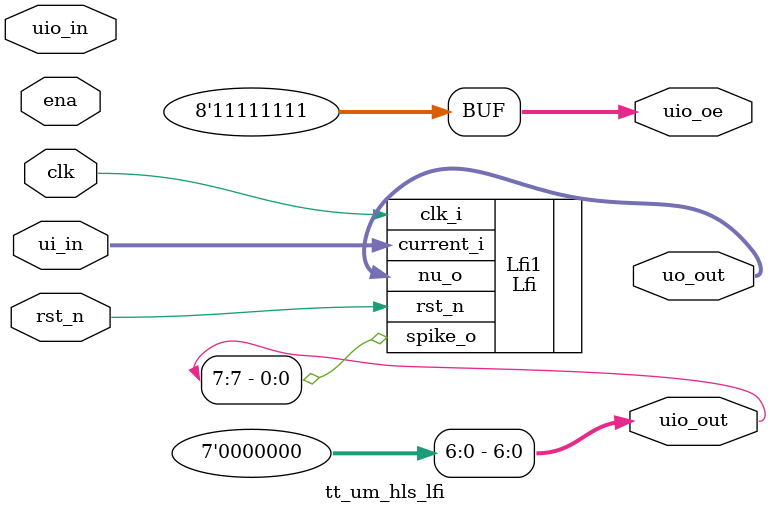
<source format=v>
`default_nettype none

module tt_um_hls_lfi #( parameter MAX_COUNT = 24'd10_000_000 ) (
    input  wire [7:0] ui_in,    // Dedicated inputs - connected to the input switches
    output wire [7:0] uo_out,   // Dedicated outputs - connected to the 7 segment display
    input  wire [7:0] uio_in,   // IOs: Bidirectional Input path
    output wire [7:0] uio_out,  // IOs: Bidirectional Output path
    output wire [7:0] uio_oe,   // IOs: Bidirectional Enable path (active high: 0=input, 1=output)
    input  wire       ena,      // will go high when the design is enabled
    input  wire       clk,      // clock
    input  wire       rst_n     // reset_n - low to reset
);
    /*
    wire reset = ! rst_n;
    wire [6:0] led_out;
    assign uo_out[6:0] = led_out;
    assign uo_out[7] = 1'b0;
    */
    // 
    // use bidirectionals as outputs
    assign uio_oe = 8'b11111111;
    assign uio_out[6:0] = 6'd0;
    
    /*
	input  logic [0:0] clk_i ,
	input  logic [7:0] current_i ,
	output logic [7:0] nu_o ,
	//input  logic [0:0] reset ,
	input  logic [0:0] rst_n ,
	output logic [0:0] spike_o 
	*/
	
	Lfi 
	#()
	Lfi1 (
	.clk_i(clk),
	.current_i(ui_in)
	,.nu_o(uo_out)
	,.rst_n(rst_n)
	,.spike_o(uio_out[7])
	); 
  
  
  
    
    /*
    // put bottom 8 bits of second counter out on the bidirectional gpio
    assign uio_out = second_counter[7:0];
    
    // external clock is 10MHz, so need 24 bit counter
    reg [23:0] second_counter;
    reg [3:0] digit;

    // if external inputs are set then use that as compare count
    // otherwise use the hard coded MAX_COUNT
    wire [23:0] compare = ui_in == 0 ? MAX_COUNT: {6'b0, ui_in[7:0], 10'b0};

    always @(posedge clk) begin
        // if reset, set counter to 0
        if (reset) begin
            second_counter <= 0;
            digit <= 0;
        end else begin
            // if up to 16e6
            if (second_counter == compare) begin
                // reset
                second_counter <= 0;

                // increment digit
                digit <= digit + 1'b1;

                // only count from 0 to 9
                if (digit == 9)
                    digit <= 0;

            end else
                // increment counter
                second_counter <= second_counter + 1'b1;
        end
    end

    // instantiate segment display
    seg7 seg7(.counter(digit), .segments(led_out));
    */
    
endmodule

</source>
